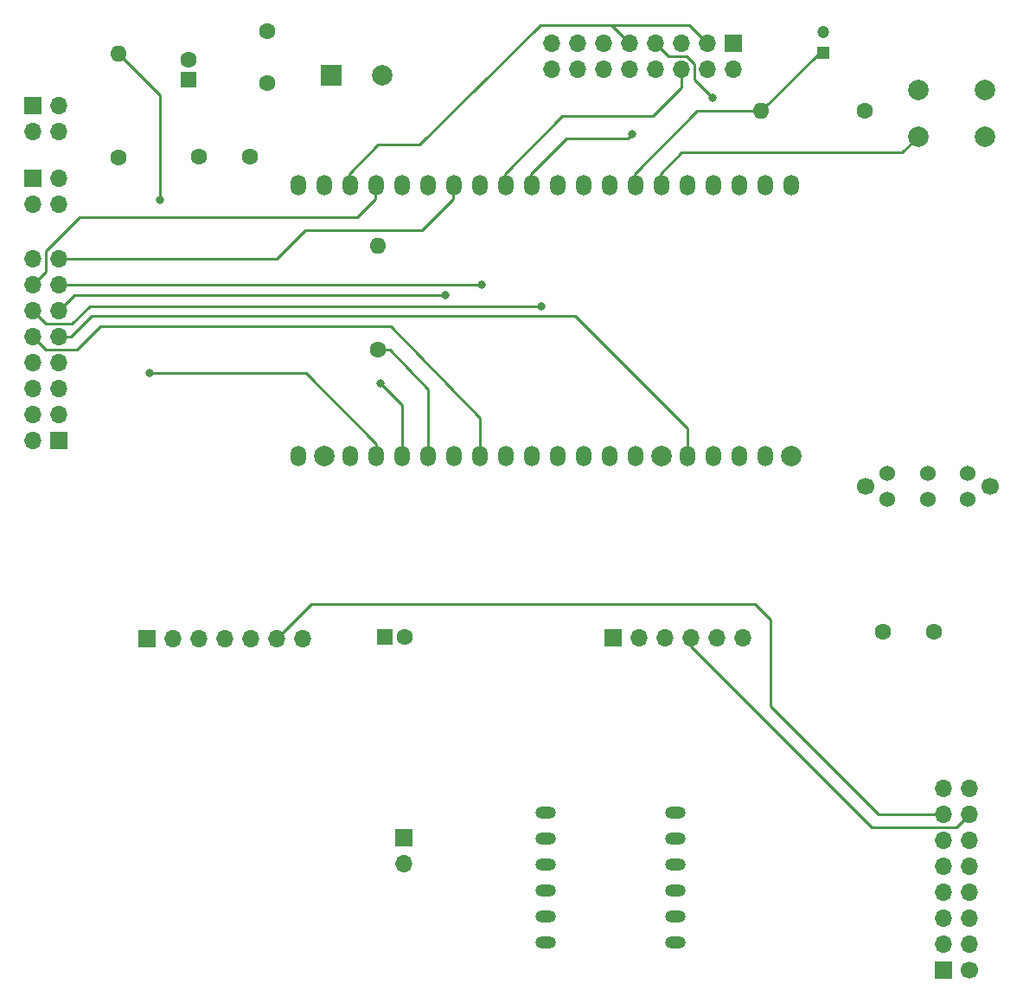
<source format=gbr>
G04 #@! TF.GenerationSoftware,KiCad,Pcbnew,(5.1.5)-3*
G04 #@! TF.CreationDate,2020-03-06T14:14:40-05:00*
G04 #@! TF.ProjectId,CombinedPnl_pcb-r1,436f6d62-696e-4656-9450-6e6c5f706362,rev?*
G04 #@! TF.SameCoordinates,Original*
G04 #@! TF.FileFunction,Copper,L4,Bot*
G04 #@! TF.FilePolarity,Positive*
%FSLAX46Y46*%
G04 Gerber Fmt 4.6, Leading zero omitted, Abs format (unit mm)*
G04 Created by KiCad (PCBNEW (5.1.5)-3) date 2020-03-06 14:14:40*
%MOMM*%
%LPD*%
G04 APERTURE LIST*
%ADD10C,1.524000*%
%ADD11C,1.700000*%
%ADD12O,1.500000X2.000000*%
%ADD13C,2.000000*%
%ADD14C,1.600000*%
%ADD15O,1.600000X1.600000*%
%ADD16O,1.700000X1.700000*%
%ADD17R,1.700000X1.700000*%
%ADD18R,2.000000X2.000000*%
%ADD19C,1.200000*%
%ADD20R,1.200000X1.200000*%
%ADD21R,1.600000X1.600000*%
%ADD22O,2.000000X1.200000*%
%ADD23C,0.800000*%
%ADD24C,0.250000*%
%ADD25C,0.500000*%
G04 APERTURE END LIST*
D10*
X181710000Y-87480000D03*
X185616000Y-87480000D03*
X189522000Y-87480000D03*
X181710000Y-84940000D03*
X189522000Y-84940000D03*
X185616000Y-84940000D03*
D11*
X179520000Y-86210000D03*
X191712000Y-86210000D03*
D12*
X124020000Y-56770000D03*
X124020000Y-83320000D03*
X126560000Y-56770000D03*
D13*
X126560000Y-83320000D03*
D12*
X129100000Y-56770000D03*
X129100000Y-83320000D03*
X131640000Y-56770000D03*
X131640000Y-83320000D03*
X134180000Y-56770000D03*
X134180000Y-83320000D03*
X136720000Y-56770000D03*
X136720000Y-83320000D03*
X139260000Y-56770000D03*
X139260000Y-83320000D03*
X141800000Y-56770000D03*
X141800000Y-83320000D03*
X144340000Y-56770000D03*
X144340000Y-83320000D03*
X146880000Y-56770000D03*
X146880000Y-83320000D03*
X149420000Y-56770000D03*
X149420000Y-83320000D03*
X151960000Y-56770000D03*
X151960000Y-83320000D03*
X154500000Y-56770000D03*
X154500000Y-83320000D03*
X157040000Y-56770000D03*
X157040000Y-83320000D03*
X159580000Y-56770000D03*
D13*
X159580000Y-83320000D03*
D12*
X162120000Y-56770000D03*
X162120000Y-83320000D03*
X164660000Y-56770000D03*
X164660000Y-83320000D03*
X167200000Y-56770000D03*
X167200000Y-83320000D03*
X169740000Y-56770000D03*
X169740000Y-83320000D03*
X172280000Y-56770000D03*
D13*
X172280000Y-83320000D03*
X191250000Y-52000000D03*
X191250000Y-47500000D03*
X184750000Y-52000000D03*
X184750000Y-47500000D03*
D14*
X106426000Y-54102000D03*
D15*
X106426000Y-43942000D03*
D16*
X100584000Y-51562000D03*
X98044000Y-51562000D03*
X100584000Y-49022000D03*
D17*
X98044000Y-49022000D03*
D13*
X132250000Y-46000000D03*
D18*
X127250000Y-46000000D03*
D17*
X166624000Y-42926000D03*
D16*
X166624000Y-45466000D03*
X164084000Y-42926000D03*
X164084000Y-45466000D03*
X161544000Y-42926000D03*
X161544000Y-45466000D03*
X159004000Y-42926000D03*
X159004000Y-45466000D03*
X156464000Y-42926000D03*
X156464000Y-45466000D03*
X153924000Y-42926000D03*
X153924000Y-45466000D03*
X151384000Y-42926000D03*
X151384000Y-45466000D03*
X148844000Y-42926000D03*
X148844000Y-45466000D03*
X98044000Y-64008000D03*
X100584000Y-64008000D03*
X98044000Y-66548000D03*
X100584000Y-66548000D03*
X98044000Y-69088000D03*
X100584000Y-69088000D03*
X98044000Y-71628000D03*
X100584000Y-71628000D03*
X98044000Y-74168000D03*
X100584000Y-74168000D03*
X98044000Y-76708000D03*
X100584000Y-76708000D03*
X98044000Y-79248000D03*
X100584000Y-79248000D03*
X98044000Y-81788000D03*
D17*
X100584000Y-81788000D03*
X98044000Y-56134000D03*
D16*
X100584000Y-56134000D03*
X98044000Y-58674000D03*
X100584000Y-58674000D03*
D15*
X169340000Y-49530000D03*
D14*
X179500000Y-49530000D03*
D19*
X175400000Y-41800000D03*
D20*
X175400000Y-43800000D03*
D15*
X131826000Y-62738000D03*
D14*
X131826000Y-72898000D03*
X113284000Y-44482000D03*
D21*
X113284000Y-46482000D03*
D16*
X167513000Y-101092000D03*
X164973000Y-101092000D03*
X162433000Y-101092000D03*
X159893000Y-101092000D03*
X157353000Y-101092000D03*
D17*
X154813000Y-101092000D03*
D16*
X134366000Y-123190000D03*
D17*
X134366000Y-120650000D03*
D11*
X189738000Y-133604000D03*
D17*
X187198000Y-133604000D03*
D16*
X189738000Y-131064000D03*
X187198000Y-131064000D03*
X189738000Y-128524000D03*
X187198000Y-128524000D03*
X189738000Y-125984000D03*
X187198000Y-125984000D03*
X189738000Y-123444000D03*
X187198000Y-123444000D03*
X189738000Y-120904000D03*
X187198000Y-120904000D03*
X189738000Y-118364000D03*
X187198000Y-118364000D03*
X189738000Y-115824000D03*
X187198000Y-115824000D03*
X124460000Y-101139001D03*
X121920000Y-101139001D03*
X119380000Y-101139001D03*
X116840000Y-101139001D03*
X114300000Y-101139001D03*
X111760000Y-101139001D03*
D17*
X109220000Y-101139001D03*
D22*
X148270000Y-130830000D03*
X160970000Y-130830000D03*
X148270000Y-128290000D03*
X160970000Y-128290000D03*
X148270000Y-125750000D03*
X160970000Y-125750000D03*
X148270000Y-123210000D03*
X160970000Y-123210000D03*
X148270000Y-120670000D03*
X160970000Y-120670000D03*
X148270000Y-118130000D03*
X160970000Y-118130000D03*
D14*
X134461000Y-100965000D03*
D21*
X132461000Y-100965000D03*
D14*
X121000000Y-41750000D03*
X121000000Y-46750000D03*
X114250000Y-54000000D03*
X119250000Y-54000000D03*
X181250000Y-100500000D03*
X186250000Y-100500000D03*
D23*
X141986000Y-66548000D03*
X147827996Y-68616990D03*
X138430000Y-67564012D03*
X164592000Y-48260000D03*
X132080000Y-76200000D03*
X110490000Y-58202990D03*
X109474000Y-75184000D03*
X156718000Y-51816000D03*
D24*
X163088000Y-49530000D02*
X156972000Y-55646000D01*
X156972000Y-55646000D02*
X156972000Y-56896000D01*
X163088000Y-49530000D02*
X169340000Y-49530000D01*
X175070000Y-43800000D02*
X175400000Y-43800000D01*
X169340000Y-49530000D02*
X175070000Y-43800000D01*
D25*
X148590000Y-118110000D02*
X148336000Y-118110000D01*
D24*
X136124000Y-61214000D02*
X139192000Y-58146000D01*
X133604000Y-61214000D02*
X136124000Y-61214000D01*
X121920000Y-64008000D02*
X124714000Y-61214000D01*
X100584000Y-64008000D02*
X121920000Y-64008000D01*
X124714000Y-61214000D02*
X133604000Y-61214000D01*
X139192000Y-58146000D02*
X139192000Y-56896000D01*
X99314000Y-65278000D02*
X99314000Y-63246000D01*
X98044000Y-66548000D02*
X99314000Y-65278000D01*
X129774000Y-59944000D02*
X131572000Y-58146000D01*
X131572000Y-58146000D02*
X131572000Y-56896000D01*
X99314000Y-63246000D02*
X102616000Y-59944000D01*
X102616000Y-59944000D02*
X129774000Y-59944000D01*
X100584000Y-66548000D02*
X141986000Y-66548000D01*
X103595010Y-68616990D02*
X147262311Y-68616990D01*
X147262311Y-68616990D02*
X147827996Y-68616990D01*
X101854000Y-70358000D02*
X103595010Y-68616990D01*
X98044000Y-69088000D02*
X99314000Y-70358000D01*
X99314000Y-70358000D02*
X101854000Y-70358000D01*
X137864315Y-67564012D02*
X138430000Y-67564012D01*
X100584000Y-69088000D02*
X102107988Y-67564012D01*
X102107988Y-67564012D02*
X137864315Y-67564012D01*
X104648000Y-70612000D02*
X133096000Y-70612000D01*
X133096000Y-70612000D02*
X141732000Y-79502000D01*
X102362000Y-72898000D02*
X104648000Y-70612000D01*
X99314000Y-72898000D02*
X102362000Y-72898000D01*
X98044000Y-71628000D02*
X99314000Y-72898000D01*
X141800000Y-79570000D02*
X141800000Y-83320000D01*
X141732000Y-79502000D02*
X141800000Y-79570000D01*
X162120000Y-80586000D02*
X162120000Y-83320000D01*
X151130000Y-69596000D02*
X162120000Y-80586000D01*
X103818081Y-69596000D02*
X151130000Y-69596000D01*
X100584000Y-71628000D02*
X101786081Y-71628000D01*
X101786081Y-71628000D02*
X103818081Y-69596000D01*
X159853999Y-43775999D02*
X159004000Y-42926000D01*
X162814000Y-46482000D02*
X162814000Y-44958000D01*
X162814000Y-44958000D02*
X162052000Y-44196000D01*
X164592000Y-48260000D02*
X162814000Y-46482000D01*
X162052000Y-44196000D02*
X160274000Y-44196000D01*
X160274000Y-44196000D02*
X159853999Y-43775999D01*
X106426000Y-43942000D02*
X110490000Y-48006000D01*
X110490000Y-48006000D02*
X110490000Y-58202990D01*
X134180000Y-78300000D02*
X134180000Y-83320000D01*
X132080000Y-76200000D02*
X134180000Y-78300000D01*
X131640000Y-82070000D02*
X131640000Y-83320000D01*
X124754000Y-75184000D02*
X131640000Y-82070000D01*
X109474000Y-75184000D02*
X124754000Y-75184000D01*
X149880000Y-50038000D02*
X158750000Y-50038000D01*
X144272000Y-56896000D02*
X144272000Y-55646000D01*
X158750000Y-50038000D02*
X161544000Y-47244000D01*
X144272000Y-55646000D02*
X149880000Y-50038000D01*
X161544000Y-47244000D02*
X161544000Y-45466000D01*
X129032000Y-55646000D02*
X131846000Y-52832000D01*
X156464000Y-41148000D02*
X154686000Y-41148000D01*
X164084000Y-42926000D02*
X162306000Y-41148000D01*
X156464000Y-42926000D02*
X154686000Y-41148000D01*
X129032000Y-56896000D02*
X129032000Y-55646000D01*
X158242000Y-41148000D02*
X156464000Y-41148000D01*
X131846000Y-52832000D02*
X135890000Y-52832000D01*
X147683787Y-41148000D02*
X154686000Y-41148000D01*
X135890000Y-52832000D02*
X147683787Y-41148000D01*
X162306000Y-41148000D02*
X158242000Y-41148000D01*
X146812000Y-55646000D02*
X146812000Y-56896000D01*
X156318001Y-52215999D02*
X150242001Y-52215999D01*
X150242001Y-52215999D02*
X146812000Y-55646000D01*
X156718000Y-51816000D02*
X156318001Y-52215999D01*
X132957370Y-72898000D02*
X131826000Y-72898000D01*
X136652000Y-76708000D02*
X132957370Y-72898000D01*
X136720000Y-76776000D02*
X136720000Y-83320000D01*
X136652000Y-76708000D02*
X136720000Y-76776000D01*
X161564000Y-53594000D02*
X183156000Y-53594000D01*
X159512000Y-56896000D02*
X159512000Y-55646000D01*
X183156000Y-53594000D02*
X184750000Y-52000000D01*
X159512000Y-55646000D02*
X161564000Y-53594000D01*
X180134000Y-119634000D02*
X162433000Y-101933000D01*
X189738000Y-118364000D02*
X188468000Y-119634000D01*
X162433000Y-101933000D02*
X162433000Y-101092000D01*
X188468000Y-119634000D02*
X180134000Y-119634000D01*
X161544000Y-97790000D02*
X161544000Y-97790000D01*
X125269001Y-97790000D02*
X121920000Y-101139001D01*
X187198000Y-118364000D02*
X180864000Y-118364000D01*
X170250000Y-107750000D02*
X170250000Y-99290000D01*
X180864000Y-118364000D02*
X170250000Y-107750000D01*
X170250000Y-99290000D02*
X168750000Y-97790000D01*
X168750000Y-97790000D02*
X125269001Y-97790000D01*
M02*

</source>
